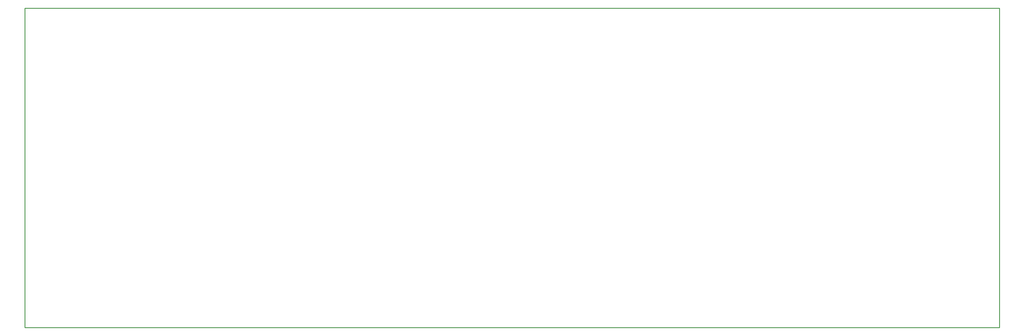
<source format=gko>
G04 Layer: BoardOutlineLayer*
G04 EasyEDA v6.5.43, 2024-08-21 17:52:12*
G04 cb6e2e9fbd21486d88ae5690d2d3dc00,10*
G04 Gerber Generator version 0.2*
G04 Scale: 100 percent, Rotated: No, Reflected: No *
G04 Dimensions in millimeters *
G04 leading zeros omitted , absolute positions ,4 integer and 5 decimal *
%FSLAX45Y45*%
%MOMM*%

%ADD10C,0.2540*%
D10*
X330200Y-2794000D02*
G01*
X254000Y-2794000D01*
X254000Y7112000D01*
X30480000Y7112000D01*
X30480000Y-2794000D01*
X330200Y-2794000D01*

%LPD*%
M02*

</source>
